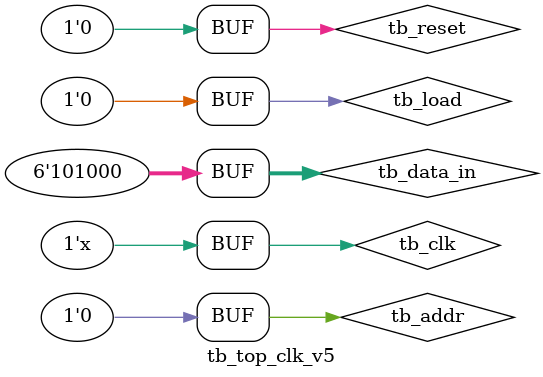
<source format=v>
`timescale 1ns / 1ps
 
module tb_top_clk_v5();
	
	reg  		tb_clk;
	reg  		tb_reset; 
	reg  		tb_load;
	reg  [1:0] 	tb_addrs;
	reg  [5:0]	tb_data_in;
	wire [3:0]	tb_left_seconds_out;  
	wire [3:0]	tb_right_seconds_out;
	wire [3:0]	tb_left_minutes_out;
	wire [3:0]	tb_right_minutes_out;
	wire [3:0]	tb_left_hours_out;
	wire [3:0]	tb_right_hours_out;

	initial 
	begin
		tb_clk = 1'b0;
		tb_reset = 1'b1;
		tb_load = 1'b0;
		tb_addr = 2'b00;
		tb_data_in = 6'd40;
		#100 
		tb_reset = 1'b0;
		#500
		tb_load = 1'b1;
		tb_load = 1'b0;	
	end
 
	always
	begin
		#5 tb_clk = ~tb_clk; //100 MHz 
	end
  
	top_clk_v5 DUT 
	(
		tb_clk,
		tb_reset,
		tb_load,
		tb_addrs,
		tb_data_in,
		tb_left_seconds_out,
		tb_right_seconds_out,
		tb_left_minutes_out,
		tb_right_minutes_out,
		tb_left_hours_out,
		tb_right_hours_out
	);
  
  
endmodule

</source>
